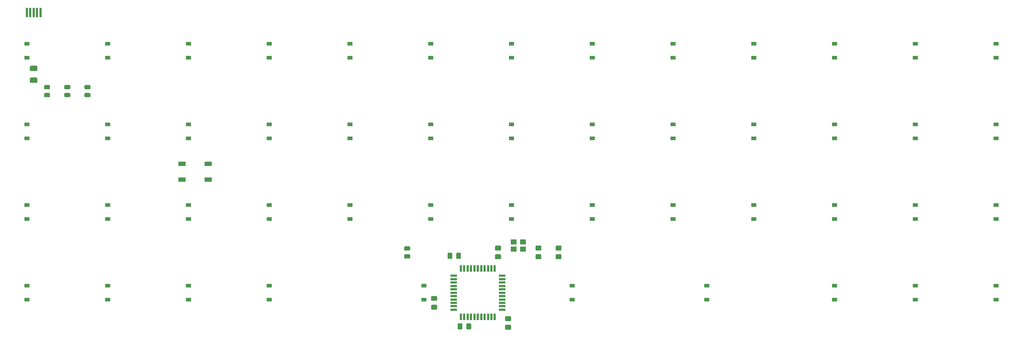
<source format=gbr>
G04 #@! TF.GenerationSoftware,KiCad,Pcbnew,(5.1.5)-3*
G04 #@! TF.CreationDate,2020-03-25T20:08:38+03:00*
G04 #@! TF.ProjectId,Bakers-dozen,42616b65-7273-42d6-946f-7a656e2e6b69,rev?*
G04 #@! TF.SameCoordinates,Original*
G04 #@! TF.FileFunction,Paste,Bot*
G04 #@! TF.FilePolarity,Positive*
%FSLAX46Y46*%
G04 Gerber Fmt 4.6, Leading zero omitted, Abs format (unit mm)*
G04 Created by KiCad (PCBNEW (5.1.5)-3) date 2020-03-25 20:08:38*
%MOMM*%
%LPD*%
G04 APERTURE LIST*
%ADD10R,1.400000X1.200000*%
%ADD11R,0.500000X2.250000*%
%ADD12R,0.550000X1.500000*%
%ADD13R,1.500000X0.550000*%
%ADD14R,1.800000X1.100000*%
%ADD15C,0.100000*%
%ADD16R,1.200000X0.900000*%
G04 APERTURE END LIST*
D10*
X161618750Y-116737500D03*
X163818750Y-116737500D03*
X163818750Y-115037500D03*
X161618750Y-115037500D03*
D11*
X46818750Y-60856250D03*
X47618750Y-60856250D03*
X48418750Y-60856250D03*
X49218750Y-60856250D03*
X50018750Y-60856250D03*
D12*
X149193750Y-132700000D03*
X149993750Y-132700000D03*
X150793750Y-132700000D03*
X151593750Y-132700000D03*
X152393750Y-132700000D03*
X153193750Y-132700000D03*
X153993750Y-132700000D03*
X154793750Y-132700000D03*
X155593750Y-132700000D03*
X156393750Y-132700000D03*
X157193750Y-132700000D03*
D13*
X158893750Y-131000000D03*
X158893750Y-130200000D03*
X158893750Y-129400000D03*
X158893750Y-128600000D03*
X158893750Y-127800000D03*
X158893750Y-127000000D03*
X158893750Y-126200000D03*
X158893750Y-125400000D03*
X158893750Y-124600000D03*
X158893750Y-123800000D03*
X158893750Y-123000000D03*
D12*
X157193750Y-121300000D03*
X156393750Y-121300000D03*
X155593750Y-121300000D03*
X154793750Y-121300000D03*
X153993750Y-121300000D03*
X153193750Y-121300000D03*
X152393750Y-121300000D03*
X151593750Y-121300000D03*
X150793750Y-121300000D03*
X149993750Y-121300000D03*
X149193750Y-121300000D03*
D13*
X147493750Y-123000000D03*
X147493750Y-123800000D03*
X147493750Y-124600000D03*
X147493750Y-125400000D03*
X147493750Y-126200000D03*
X147493750Y-127000000D03*
X147493750Y-127800000D03*
X147493750Y-128600000D03*
X147493750Y-129400000D03*
X147493750Y-130200000D03*
X147493750Y-131000000D03*
D14*
X89618750Y-100275000D03*
X83418750Y-96575000D03*
X89618750Y-96575000D03*
X83418750Y-100275000D03*
D15*
G36*
X61598892Y-79826174D02*
G01*
X61622553Y-79829684D01*
X61645757Y-79835496D01*
X61668279Y-79843554D01*
X61689903Y-79853782D01*
X61710420Y-79866079D01*
X61729633Y-79880329D01*
X61747357Y-79896393D01*
X61763421Y-79914117D01*
X61777671Y-79933330D01*
X61789968Y-79953847D01*
X61800196Y-79975471D01*
X61808254Y-79997993D01*
X61814066Y-80021197D01*
X61817576Y-80044858D01*
X61818750Y-80068750D01*
X61818750Y-80556250D01*
X61817576Y-80580142D01*
X61814066Y-80603803D01*
X61808254Y-80627007D01*
X61800196Y-80649529D01*
X61789968Y-80671153D01*
X61777671Y-80691670D01*
X61763421Y-80710883D01*
X61747357Y-80728607D01*
X61729633Y-80744671D01*
X61710420Y-80758921D01*
X61689903Y-80771218D01*
X61668279Y-80781446D01*
X61645757Y-80789504D01*
X61622553Y-80795316D01*
X61598892Y-80798826D01*
X61575000Y-80800000D01*
X60662500Y-80800000D01*
X60638608Y-80798826D01*
X60614947Y-80795316D01*
X60591743Y-80789504D01*
X60569221Y-80781446D01*
X60547597Y-80771218D01*
X60527080Y-80758921D01*
X60507867Y-80744671D01*
X60490143Y-80728607D01*
X60474079Y-80710883D01*
X60459829Y-80691670D01*
X60447532Y-80671153D01*
X60437304Y-80649529D01*
X60429246Y-80627007D01*
X60423434Y-80603803D01*
X60419924Y-80580142D01*
X60418750Y-80556250D01*
X60418750Y-80068750D01*
X60419924Y-80044858D01*
X60423434Y-80021197D01*
X60429246Y-79997993D01*
X60437304Y-79975471D01*
X60447532Y-79953847D01*
X60459829Y-79933330D01*
X60474079Y-79914117D01*
X60490143Y-79896393D01*
X60507867Y-79880329D01*
X60527080Y-79866079D01*
X60547597Y-79853782D01*
X60569221Y-79843554D01*
X60591743Y-79835496D01*
X60614947Y-79829684D01*
X60638608Y-79826174D01*
X60662500Y-79825000D01*
X61575000Y-79825000D01*
X61598892Y-79826174D01*
G37*
G36*
X61598892Y-77951174D02*
G01*
X61622553Y-77954684D01*
X61645757Y-77960496D01*
X61668279Y-77968554D01*
X61689903Y-77978782D01*
X61710420Y-77991079D01*
X61729633Y-78005329D01*
X61747357Y-78021393D01*
X61763421Y-78039117D01*
X61777671Y-78058330D01*
X61789968Y-78078847D01*
X61800196Y-78100471D01*
X61808254Y-78122993D01*
X61814066Y-78146197D01*
X61817576Y-78169858D01*
X61818750Y-78193750D01*
X61818750Y-78681250D01*
X61817576Y-78705142D01*
X61814066Y-78728803D01*
X61808254Y-78752007D01*
X61800196Y-78774529D01*
X61789968Y-78796153D01*
X61777671Y-78816670D01*
X61763421Y-78835883D01*
X61747357Y-78853607D01*
X61729633Y-78869671D01*
X61710420Y-78883921D01*
X61689903Y-78896218D01*
X61668279Y-78906446D01*
X61645757Y-78914504D01*
X61622553Y-78920316D01*
X61598892Y-78923826D01*
X61575000Y-78925000D01*
X60662500Y-78925000D01*
X60638608Y-78923826D01*
X60614947Y-78920316D01*
X60591743Y-78914504D01*
X60569221Y-78906446D01*
X60547597Y-78896218D01*
X60527080Y-78883921D01*
X60507867Y-78869671D01*
X60490143Y-78853607D01*
X60474079Y-78835883D01*
X60459829Y-78816670D01*
X60447532Y-78796153D01*
X60437304Y-78774529D01*
X60429246Y-78752007D01*
X60423434Y-78728803D01*
X60419924Y-78705142D01*
X60418750Y-78681250D01*
X60418750Y-78193750D01*
X60419924Y-78169858D01*
X60423434Y-78146197D01*
X60429246Y-78122993D01*
X60437304Y-78100471D01*
X60447532Y-78078847D01*
X60459829Y-78058330D01*
X60474079Y-78039117D01*
X60490143Y-78021393D01*
X60507867Y-78005329D01*
X60527080Y-77991079D01*
X60547597Y-77978782D01*
X60569221Y-77968554D01*
X60591743Y-77960496D01*
X60614947Y-77954684D01*
X60638608Y-77951174D01*
X60662500Y-77950000D01*
X61575000Y-77950000D01*
X61598892Y-77951174D01*
G37*
G36*
X52073892Y-77951174D02*
G01*
X52097553Y-77954684D01*
X52120757Y-77960496D01*
X52143279Y-77968554D01*
X52164903Y-77978782D01*
X52185420Y-77991079D01*
X52204633Y-78005329D01*
X52222357Y-78021393D01*
X52238421Y-78039117D01*
X52252671Y-78058330D01*
X52264968Y-78078847D01*
X52275196Y-78100471D01*
X52283254Y-78122993D01*
X52289066Y-78146197D01*
X52292576Y-78169858D01*
X52293750Y-78193750D01*
X52293750Y-78681250D01*
X52292576Y-78705142D01*
X52289066Y-78728803D01*
X52283254Y-78752007D01*
X52275196Y-78774529D01*
X52264968Y-78796153D01*
X52252671Y-78816670D01*
X52238421Y-78835883D01*
X52222357Y-78853607D01*
X52204633Y-78869671D01*
X52185420Y-78883921D01*
X52164903Y-78896218D01*
X52143279Y-78906446D01*
X52120757Y-78914504D01*
X52097553Y-78920316D01*
X52073892Y-78923826D01*
X52050000Y-78925000D01*
X51137500Y-78925000D01*
X51113608Y-78923826D01*
X51089947Y-78920316D01*
X51066743Y-78914504D01*
X51044221Y-78906446D01*
X51022597Y-78896218D01*
X51002080Y-78883921D01*
X50982867Y-78869671D01*
X50965143Y-78853607D01*
X50949079Y-78835883D01*
X50934829Y-78816670D01*
X50922532Y-78796153D01*
X50912304Y-78774529D01*
X50904246Y-78752007D01*
X50898434Y-78728803D01*
X50894924Y-78705142D01*
X50893750Y-78681250D01*
X50893750Y-78193750D01*
X50894924Y-78169858D01*
X50898434Y-78146197D01*
X50904246Y-78122993D01*
X50912304Y-78100471D01*
X50922532Y-78078847D01*
X50934829Y-78058330D01*
X50949079Y-78039117D01*
X50965143Y-78021393D01*
X50982867Y-78005329D01*
X51002080Y-77991079D01*
X51022597Y-77978782D01*
X51044221Y-77968554D01*
X51066743Y-77960496D01*
X51089947Y-77954684D01*
X51113608Y-77951174D01*
X51137500Y-77950000D01*
X52050000Y-77950000D01*
X52073892Y-77951174D01*
G37*
G36*
X52073892Y-79826174D02*
G01*
X52097553Y-79829684D01*
X52120757Y-79835496D01*
X52143279Y-79843554D01*
X52164903Y-79853782D01*
X52185420Y-79866079D01*
X52204633Y-79880329D01*
X52222357Y-79896393D01*
X52238421Y-79914117D01*
X52252671Y-79933330D01*
X52264968Y-79953847D01*
X52275196Y-79975471D01*
X52283254Y-79997993D01*
X52289066Y-80021197D01*
X52292576Y-80044858D01*
X52293750Y-80068750D01*
X52293750Y-80556250D01*
X52292576Y-80580142D01*
X52289066Y-80603803D01*
X52283254Y-80627007D01*
X52275196Y-80649529D01*
X52264968Y-80671153D01*
X52252671Y-80691670D01*
X52238421Y-80710883D01*
X52222357Y-80728607D01*
X52204633Y-80744671D01*
X52185420Y-80758921D01*
X52164903Y-80771218D01*
X52143279Y-80781446D01*
X52120757Y-80789504D01*
X52097553Y-80795316D01*
X52073892Y-80798826D01*
X52050000Y-80800000D01*
X51137500Y-80800000D01*
X51113608Y-80798826D01*
X51089947Y-80795316D01*
X51066743Y-80789504D01*
X51044221Y-80781446D01*
X51022597Y-80771218D01*
X51002080Y-80758921D01*
X50982867Y-80744671D01*
X50965143Y-80728607D01*
X50949079Y-80710883D01*
X50934829Y-80691670D01*
X50922532Y-80671153D01*
X50912304Y-80649529D01*
X50904246Y-80627007D01*
X50898434Y-80603803D01*
X50894924Y-80580142D01*
X50893750Y-80556250D01*
X50893750Y-80068750D01*
X50894924Y-80044858D01*
X50898434Y-80021197D01*
X50904246Y-79997993D01*
X50912304Y-79975471D01*
X50922532Y-79953847D01*
X50934829Y-79933330D01*
X50949079Y-79914117D01*
X50965143Y-79896393D01*
X50982867Y-79880329D01*
X51002080Y-79866079D01*
X51022597Y-79853782D01*
X51044221Y-79843554D01*
X51066743Y-79835496D01*
X51089947Y-79829684D01*
X51113608Y-79826174D01*
X51137500Y-79825000D01*
X52050000Y-79825000D01*
X52073892Y-79826174D01*
G37*
G36*
X56836392Y-77951174D02*
G01*
X56860053Y-77954684D01*
X56883257Y-77960496D01*
X56905779Y-77968554D01*
X56927403Y-77978782D01*
X56947920Y-77991079D01*
X56967133Y-78005329D01*
X56984857Y-78021393D01*
X57000921Y-78039117D01*
X57015171Y-78058330D01*
X57027468Y-78078847D01*
X57037696Y-78100471D01*
X57045754Y-78122993D01*
X57051566Y-78146197D01*
X57055076Y-78169858D01*
X57056250Y-78193750D01*
X57056250Y-78681250D01*
X57055076Y-78705142D01*
X57051566Y-78728803D01*
X57045754Y-78752007D01*
X57037696Y-78774529D01*
X57027468Y-78796153D01*
X57015171Y-78816670D01*
X57000921Y-78835883D01*
X56984857Y-78853607D01*
X56967133Y-78869671D01*
X56947920Y-78883921D01*
X56927403Y-78896218D01*
X56905779Y-78906446D01*
X56883257Y-78914504D01*
X56860053Y-78920316D01*
X56836392Y-78923826D01*
X56812500Y-78925000D01*
X55900000Y-78925000D01*
X55876108Y-78923826D01*
X55852447Y-78920316D01*
X55829243Y-78914504D01*
X55806721Y-78906446D01*
X55785097Y-78896218D01*
X55764580Y-78883921D01*
X55745367Y-78869671D01*
X55727643Y-78853607D01*
X55711579Y-78835883D01*
X55697329Y-78816670D01*
X55685032Y-78796153D01*
X55674804Y-78774529D01*
X55666746Y-78752007D01*
X55660934Y-78728803D01*
X55657424Y-78705142D01*
X55656250Y-78681250D01*
X55656250Y-78193750D01*
X55657424Y-78169858D01*
X55660934Y-78146197D01*
X55666746Y-78122993D01*
X55674804Y-78100471D01*
X55685032Y-78078847D01*
X55697329Y-78058330D01*
X55711579Y-78039117D01*
X55727643Y-78021393D01*
X55745367Y-78005329D01*
X55764580Y-77991079D01*
X55785097Y-77978782D01*
X55806721Y-77968554D01*
X55829243Y-77960496D01*
X55852447Y-77954684D01*
X55876108Y-77951174D01*
X55900000Y-77950000D01*
X56812500Y-77950000D01*
X56836392Y-77951174D01*
G37*
G36*
X56836392Y-79826174D02*
G01*
X56860053Y-79829684D01*
X56883257Y-79835496D01*
X56905779Y-79843554D01*
X56927403Y-79853782D01*
X56947920Y-79866079D01*
X56967133Y-79880329D01*
X56984857Y-79896393D01*
X57000921Y-79914117D01*
X57015171Y-79933330D01*
X57027468Y-79953847D01*
X57037696Y-79975471D01*
X57045754Y-79997993D01*
X57051566Y-80021197D01*
X57055076Y-80044858D01*
X57056250Y-80068750D01*
X57056250Y-80556250D01*
X57055076Y-80580142D01*
X57051566Y-80603803D01*
X57045754Y-80627007D01*
X57037696Y-80649529D01*
X57027468Y-80671153D01*
X57015171Y-80691670D01*
X57000921Y-80710883D01*
X56984857Y-80728607D01*
X56967133Y-80744671D01*
X56947920Y-80758921D01*
X56927403Y-80771218D01*
X56905779Y-80781446D01*
X56883257Y-80789504D01*
X56860053Y-80795316D01*
X56836392Y-80798826D01*
X56812500Y-80800000D01*
X55900000Y-80800000D01*
X55876108Y-80798826D01*
X55852447Y-80795316D01*
X55829243Y-80789504D01*
X55806721Y-80781446D01*
X55785097Y-80771218D01*
X55764580Y-80758921D01*
X55745367Y-80744671D01*
X55727643Y-80728607D01*
X55711579Y-80710883D01*
X55697329Y-80691670D01*
X55685032Y-80671153D01*
X55674804Y-80649529D01*
X55666746Y-80627007D01*
X55660934Y-80603803D01*
X55657424Y-80580142D01*
X55656250Y-80556250D01*
X55656250Y-80068750D01*
X55657424Y-80044858D01*
X55660934Y-80021197D01*
X55666746Y-79997993D01*
X55674804Y-79975471D01*
X55685032Y-79953847D01*
X55697329Y-79933330D01*
X55711579Y-79914117D01*
X55727643Y-79896393D01*
X55745367Y-79880329D01*
X55764580Y-79866079D01*
X55785097Y-79853782D01*
X55806721Y-79843554D01*
X55829243Y-79835496D01*
X55852447Y-79829684D01*
X55876108Y-79826174D01*
X55900000Y-79825000D01*
X56812500Y-79825000D01*
X56836392Y-79826174D01*
G37*
G36*
X137005142Y-117926174D02*
G01*
X137028803Y-117929684D01*
X137052007Y-117935496D01*
X137074529Y-117943554D01*
X137096153Y-117953782D01*
X137116670Y-117966079D01*
X137135883Y-117980329D01*
X137153607Y-117996393D01*
X137169671Y-118014117D01*
X137183921Y-118033330D01*
X137196218Y-118053847D01*
X137206446Y-118075471D01*
X137214504Y-118097993D01*
X137220316Y-118121197D01*
X137223826Y-118144858D01*
X137225000Y-118168750D01*
X137225000Y-118656250D01*
X137223826Y-118680142D01*
X137220316Y-118703803D01*
X137214504Y-118727007D01*
X137206446Y-118749529D01*
X137196218Y-118771153D01*
X137183921Y-118791670D01*
X137169671Y-118810883D01*
X137153607Y-118828607D01*
X137135883Y-118844671D01*
X137116670Y-118858921D01*
X137096153Y-118871218D01*
X137074529Y-118881446D01*
X137052007Y-118889504D01*
X137028803Y-118895316D01*
X137005142Y-118898826D01*
X136981250Y-118900000D01*
X136068750Y-118900000D01*
X136044858Y-118898826D01*
X136021197Y-118895316D01*
X135997993Y-118889504D01*
X135975471Y-118881446D01*
X135953847Y-118871218D01*
X135933330Y-118858921D01*
X135914117Y-118844671D01*
X135896393Y-118828607D01*
X135880329Y-118810883D01*
X135866079Y-118791670D01*
X135853782Y-118771153D01*
X135843554Y-118749529D01*
X135835496Y-118727007D01*
X135829684Y-118703803D01*
X135826174Y-118680142D01*
X135825000Y-118656250D01*
X135825000Y-118168750D01*
X135826174Y-118144858D01*
X135829684Y-118121197D01*
X135835496Y-118097993D01*
X135843554Y-118075471D01*
X135853782Y-118053847D01*
X135866079Y-118033330D01*
X135880329Y-118014117D01*
X135896393Y-117996393D01*
X135914117Y-117980329D01*
X135933330Y-117966079D01*
X135953847Y-117953782D01*
X135975471Y-117943554D01*
X135997993Y-117935496D01*
X136021197Y-117929684D01*
X136044858Y-117926174D01*
X136068750Y-117925000D01*
X136981250Y-117925000D01*
X137005142Y-117926174D01*
G37*
G36*
X137005142Y-116051174D02*
G01*
X137028803Y-116054684D01*
X137052007Y-116060496D01*
X137074529Y-116068554D01*
X137096153Y-116078782D01*
X137116670Y-116091079D01*
X137135883Y-116105329D01*
X137153607Y-116121393D01*
X137169671Y-116139117D01*
X137183921Y-116158330D01*
X137196218Y-116178847D01*
X137206446Y-116200471D01*
X137214504Y-116222993D01*
X137220316Y-116246197D01*
X137223826Y-116269858D01*
X137225000Y-116293750D01*
X137225000Y-116781250D01*
X137223826Y-116805142D01*
X137220316Y-116828803D01*
X137214504Y-116852007D01*
X137206446Y-116874529D01*
X137196218Y-116896153D01*
X137183921Y-116916670D01*
X137169671Y-116935883D01*
X137153607Y-116953607D01*
X137135883Y-116969671D01*
X137116670Y-116983921D01*
X137096153Y-116996218D01*
X137074529Y-117006446D01*
X137052007Y-117014504D01*
X137028803Y-117020316D01*
X137005142Y-117023826D01*
X136981250Y-117025000D01*
X136068750Y-117025000D01*
X136044858Y-117023826D01*
X136021197Y-117020316D01*
X135997993Y-117014504D01*
X135975471Y-117006446D01*
X135953847Y-116996218D01*
X135933330Y-116983921D01*
X135914117Y-116969671D01*
X135896393Y-116953607D01*
X135880329Y-116935883D01*
X135866079Y-116916670D01*
X135853782Y-116896153D01*
X135843554Y-116874529D01*
X135835496Y-116852007D01*
X135829684Y-116828803D01*
X135826174Y-116805142D01*
X135825000Y-116781250D01*
X135825000Y-116293750D01*
X135826174Y-116269858D01*
X135829684Y-116246197D01*
X135835496Y-116222993D01*
X135843554Y-116200471D01*
X135853782Y-116178847D01*
X135866079Y-116158330D01*
X135880329Y-116139117D01*
X135896393Y-116121393D01*
X135914117Y-116105329D01*
X135933330Y-116091079D01*
X135953847Y-116078782D01*
X135975471Y-116068554D01*
X135997993Y-116060496D01*
X136021197Y-116054684D01*
X136044858Y-116051174D01*
X136068750Y-116050000D01*
X136981250Y-116050000D01*
X137005142Y-116051174D01*
G37*
G36*
X49068254Y-73382454D02*
G01*
X49092523Y-73386054D01*
X49116321Y-73392015D01*
X49139421Y-73400280D01*
X49161599Y-73410770D01*
X49182643Y-73423383D01*
X49202348Y-73437997D01*
X49220527Y-73454473D01*
X49237003Y-73472652D01*
X49251617Y-73492357D01*
X49264230Y-73513401D01*
X49274720Y-73535579D01*
X49282985Y-73558679D01*
X49288946Y-73582477D01*
X49292546Y-73606746D01*
X49293750Y-73631250D01*
X49293750Y-74381250D01*
X49292546Y-74405754D01*
X49288946Y-74430023D01*
X49282985Y-74453821D01*
X49274720Y-74476921D01*
X49264230Y-74499099D01*
X49251617Y-74520143D01*
X49237003Y-74539848D01*
X49220527Y-74558027D01*
X49202348Y-74574503D01*
X49182643Y-74589117D01*
X49161599Y-74601730D01*
X49139421Y-74612220D01*
X49116321Y-74620485D01*
X49092523Y-74626446D01*
X49068254Y-74630046D01*
X49043750Y-74631250D01*
X47793750Y-74631250D01*
X47769246Y-74630046D01*
X47744977Y-74626446D01*
X47721179Y-74620485D01*
X47698079Y-74612220D01*
X47675901Y-74601730D01*
X47654857Y-74589117D01*
X47635152Y-74574503D01*
X47616973Y-74558027D01*
X47600497Y-74539848D01*
X47585883Y-74520143D01*
X47573270Y-74499099D01*
X47562780Y-74476921D01*
X47554515Y-74453821D01*
X47548554Y-74430023D01*
X47544954Y-74405754D01*
X47543750Y-74381250D01*
X47543750Y-73631250D01*
X47544954Y-73606746D01*
X47548554Y-73582477D01*
X47554515Y-73558679D01*
X47562780Y-73535579D01*
X47573270Y-73513401D01*
X47585883Y-73492357D01*
X47600497Y-73472652D01*
X47616973Y-73454473D01*
X47635152Y-73437997D01*
X47654857Y-73423383D01*
X47675901Y-73410770D01*
X47698079Y-73400280D01*
X47721179Y-73392015D01*
X47744977Y-73386054D01*
X47769246Y-73382454D01*
X47793750Y-73381250D01*
X49043750Y-73381250D01*
X49068254Y-73382454D01*
G37*
G36*
X49068254Y-76182454D02*
G01*
X49092523Y-76186054D01*
X49116321Y-76192015D01*
X49139421Y-76200280D01*
X49161599Y-76210770D01*
X49182643Y-76223383D01*
X49202348Y-76237997D01*
X49220527Y-76254473D01*
X49237003Y-76272652D01*
X49251617Y-76292357D01*
X49264230Y-76313401D01*
X49274720Y-76335579D01*
X49282985Y-76358679D01*
X49288946Y-76382477D01*
X49292546Y-76406746D01*
X49293750Y-76431250D01*
X49293750Y-77181250D01*
X49292546Y-77205754D01*
X49288946Y-77230023D01*
X49282985Y-77253821D01*
X49274720Y-77276921D01*
X49264230Y-77299099D01*
X49251617Y-77320143D01*
X49237003Y-77339848D01*
X49220527Y-77358027D01*
X49202348Y-77374503D01*
X49182643Y-77389117D01*
X49161599Y-77401730D01*
X49139421Y-77412220D01*
X49116321Y-77420485D01*
X49092523Y-77426446D01*
X49068254Y-77430046D01*
X49043750Y-77431250D01*
X47793750Y-77431250D01*
X47769246Y-77430046D01*
X47744977Y-77426446D01*
X47721179Y-77420485D01*
X47698079Y-77412220D01*
X47675901Y-77401730D01*
X47654857Y-77389117D01*
X47635152Y-77374503D01*
X47616973Y-77358027D01*
X47600497Y-77339848D01*
X47585883Y-77320143D01*
X47573270Y-77299099D01*
X47562780Y-77276921D01*
X47554515Y-77253821D01*
X47548554Y-77230023D01*
X47544954Y-77205754D01*
X47543750Y-77181250D01*
X47543750Y-76431250D01*
X47544954Y-76406746D01*
X47548554Y-76382477D01*
X47554515Y-76358679D01*
X47562780Y-76335579D01*
X47573270Y-76313401D01*
X47585883Y-76292357D01*
X47600497Y-76272652D01*
X47616973Y-76254473D01*
X47635152Y-76237997D01*
X47654857Y-76223383D01*
X47675901Y-76210770D01*
X47698079Y-76200280D01*
X47721179Y-76192015D01*
X47744977Y-76186054D01*
X47769246Y-76182454D01*
X47793750Y-76181250D01*
X49043750Y-76181250D01*
X49068254Y-76182454D01*
G37*
D16*
X275431250Y-125350000D03*
X275431250Y-128650000D03*
X256381250Y-125350000D03*
X256381250Y-128650000D03*
X237331250Y-125350000D03*
X237331250Y-128650000D03*
X207168750Y-125350000D03*
X207168750Y-128650000D03*
X175418750Y-125350000D03*
X175418750Y-128650000D03*
X140493750Y-125350000D03*
X140493750Y-128650000D03*
X103981250Y-125350000D03*
X103981250Y-128650000D03*
X84931250Y-125350000D03*
X84931250Y-128650000D03*
X65881250Y-125350000D03*
X65881250Y-128650000D03*
X46831250Y-125350000D03*
X46831250Y-128650000D03*
X275431250Y-106300000D03*
X275431250Y-109600000D03*
X256381250Y-106300000D03*
X256381250Y-109600000D03*
X237331250Y-106300000D03*
X237331250Y-109600000D03*
X218281250Y-106300000D03*
X218281250Y-109600000D03*
X199231250Y-106300000D03*
X199231250Y-109600000D03*
X180181250Y-106300000D03*
X180181250Y-109600000D03*
X161131250Y-106300000D03*
X161131250Y-109600000D03*
X142081250Y-106300000D03*
X142081250Y-109600000D03*
X123031250Y-106300000D03*
X123031250Y-109600000D03*
X103981250Y-106300000D03*
X103981250Y-109600000D03*
X84931250Y-106300000D03*
X84931250Y-109600000D03*
X65881250Y-106300000D03*
X65881250Y-109600000D03*
X46831250Y-106300000D03*
X46831250Y-109600000D03*
X275431250Y-87250000D03*
X275431250Y-90550000D03*
X256381250Y-87250000D03*
X256381250Y-90550000D03*
X237331250Y-87250000D03*
X237331250Y-90550000D03*
X218281250Y-87250000D03*
X218281250Y-90550000D03*
X199231250Y-87250000D03*
X199231250Y-90550000D03*
X180181250Y-87250000D03*
X180181250Y-90550000D03*
X161131250Y-87250000D03*
X161131250Y-90550000D03*
X142081250Y-87250000D03*
X142081250Y-90550000D03*
X123031250Y-87250000D03*
X123031250Y-90550000D03*
X103981250Y-87250000D03*
X103981250Y-90550000D03*
X84931250Y-87250000D03*
X84931250Y-90550000D03*
X65881250Y-87250000D03*
X65881250Y-90550000D03*
X46831250Y-87250000D03*
X46831250Y-90550000D03*
X275431250Y-68200000D03*
X275431250Y-71500000D03*
X256381250Y-68200000D03*
X256381250Y-71500000D03*
X237331250Y-68200000D03*
X237331250Y-71500000D03*
X218281250Y-68200000D03*
X218281250Y-71500000D03*
X199231250Y-68200000D03*
X199231250Y-71500000D03*
X180181250Y-68200000D03*
X180181250Y-71500000D03*
X161131250Y-68200000D03*
X161131250Y-71500000D03*
X142081250Y-68200000D03*
X142081250Y-71500000D03*
X123031250Y-68200000D03*
X123031250Y-71500000D03*
X103981250Y-68200000D03*
X103981250Y-71500000D03*
X84931250Y-68200000D03*
X84931250Y-71500000D03*
X65881250Y-68200000D03*
X65881250Y-71500000D03*
X46831250Y-68200000D03*
X46831250Y-71500000D03*
D15*
G36*
X151393255Y-134238704D02*
G01*
X151417523Y-134242304D01*
X151441322Y-134248265D01*
X151464421Y-134256530D01*
X151486600Y-134267020D01*
X151507643Y-134279632D01*
X151527349Y-134294247D01*
X151545527Y-134310723D01*
X151562003Y-134328901D01*
X151576618Y-134348607D01*
X151589230Y-134369650D01*
X151599720Y-134391829D01*
X151607985Y-134414928D01*
X151613946Y-134438727D01*
X151617546Y-134462995D01*
X151618750Y-134487499D01*
X151618750Y-135387501D01*
X151617546Y-135412005D01*
X151613946Y-135436273D01*
X151607985Y-135460072D01*
X151599720Y-135483171D01*
X151589230Y-135505350D01*
X151576618Y-135526393D01*
X151562003Y-135546099D01*
X151545527Y-135564277D01*
X151527349Y-135580753D01*
X151507643Y-135595368D01*
X151486600Y-135607980D01*
X151464421Y-135618470D01*
X151441322Y-135626735D01*
X151417523Y-135632696D01*
X151393255Y-135636296D01*
X151368751Y-135637500D01*
X150718749Y-135637500D01*
X150694245Y-135636296D01*
X150669977Y-135632696D01*
X150646178Y-135626735D01*
X150623079Y-135618470D01*
X150600900Y-135607980D01*
X150579857Y-135595368D01*
X150560151Y-135580753D01*
X150541973Y-135564277D01*
X150525497Y-135546099D01*
X150510882Y-135526393D01*
X150498270Y-135505350D01*
X150487780Y-135483171D01*
X150479515Y-135460072D01*
X150473554Y-135436273D01*
X150469954Y-135412005D01*
X150468750Y-135387501D01*
X150468750Y-134487499D01*
X150469954Y-134462995D01*
X150473554Y-134438727D01*
X150479515Y-134414928D01*
X150487780Y-134391829D01*
X150498270Y-134369650D01*
X150510882Y-134348607D01*
X150525497Y-134328901D01*
X150541973Y-134310723D01*
X150560151Y-134294247D01*
X150579857Y-134279632D01*
X150600900Y-134267020D01*
X150623079Y-134256530D01*
X150646178Y-134248265D01*
X150669977Y-134242304D01*
X150694245Y-134238704D01*
X150718749Y-134237500D01*
X151368751Y-134237500D01*
X151393255Y-134238704D01*
G37*
G36*
X149343255Y-134238704D02*
G01*
X149367523Y-134242304D01*
X149391322Y-134248265D01*
X149414421Y-134256530D01*
X149436600Y-134267020D01*
X149457643Y-134279632D01*
X149477349Y-134294247D01*
X149495527Y-134310723D01*
X149512003Y-134328901D01*
X149526618Y-134348607D01*
X149539230Y-134369650D01*
X149549720Y-134391829D01*
X149557985Y-134414928D01*
X149563946Y-134438727D01*
X149567546Y-134462995D01*
X149568750Y-134487499D01*
X149568750Y-135387501D01*
X149567546Y-135412005D01*
X149563946Y-135436273D01*
X149557985Y-135460072D01*
X149549720Y-135483171D01*
X149539230Y-135505350D01*
X149526618Y-135526393D01*
X149512003Y-135546099D01*
X149495527Y-135564277D01*
X149477349Y-135580753D01*
X149457643Y-135595368D01*
X149436600Y-135607980D01*
X149414421Y-135618470D01*
X149391322Y-135626735D01*
X149367523Y-135632696D01*
X149343255Y-135636296D01*
X149318751Y-135637500D01*
X148668749Y-135637500D01*
X148644245Y-135636296D01*
X148619977Y-135632696D01*
X148596178Y-135626735D01*
X148573079Y-135618470D01*
X148550900Y-135607980D01*
X148529857Y-135595368D01*
X148510151Y-135580753D01*
X148491973Y-135564277D01*
X148475497Y-135546099D01*
X148460882Y-135526393D01*
X148448270Y-135505350D01*
X148437780Y-135483171D01*
X148429515Y-135460072D01*
X148423554Y-135436273D01*
X148419954Y-135412005D01*
X148418750Y-135387501D01*
X148418750Y-134487499D01*
X148419954Y-134462995D01*
X148423554Y-134438727D01*
X148429515Y-134414928D01*
X148437780Y-134391829D01*
X148448270Y-134369650D01*
X148460882Y-134348607D01*
X148475497Y-134328901D01*
X148491973Y-134310723D01*
X148510151Y-134294247D01*
X148529857Y-134279632D01*
X148550900Y-134267020D01*
X148573079Y-134256530D01*
X148596178Y-134248265D01*
X148619977Y-134242304D01*
X148644245Y-134238704D01*
X148668749Y-134237500D01*
X149318751Y-134237500D01*
X149343255Y-134238704D01*
G37*
G36*
X160812005Y-134594954D02*
G01*
X160836273Y-134598554D01*
X160860072Y-134604515D01*
X160883171Y-134612780D01*
X160905350Y-134623270D01*
X160926393Y-134635882D01*
X160946099Y-134650497D01*
X160964277Y-134666973D01*
X160980753Y-134685151D01*
X160995368Y-134704857D01*
X161007980Y-134725900D01*
X161018470Y-134748079D01*
X161026735Y-134771178D01*
X161032696Y-134794977D01*
X161036296Y-134819245D01*
X161037500Y-134843749D01*
X161037500Y-135493751D01*
X161036296Y-135518255D01*
X161032696Y-135542523D01*
X161026735Y-135566322D01*
X161018470Y-135589421D01*
X161007980Y-135611600D01*
X160995368Y-135632643D01*
X160980753Y-135652349D01*
X160964277Y-135670527D01*
X160946099Y-135687003D01*
X160926393Y-135701618D01*
X160905350Y-135714230D01*
X160883171Y-135724720D01*
X160860072Y-135732985D01*
X160836273Y-135738946D01*
X160812005Y-135742546D01*
X160787501Y-135743750D01*
X159887499Y-135743750D01*
X159862995Y-135742546D01*
X159838727Y-135738946D01*
X159814928Y-135732985D01*
X159791829Y-135724720D01*
X159769650Y-135714230D01*
X159748607Y-135701618D01*
X159728901Y-135687003D01*
X159710723Y-135670527D01*
X159694247Y-135652349D01*
X159679632Y-135632643D01*
X159667020Y-135611600D01*
X159656530Y-135589421D01*
X159648265Y-135566322D01*
X159642304Y-135542523D01*
X159638704Y-135518255D01*
X159637500Y-135493751D01*
X159637500Y-134843749D01*
X159638704Y-134819245D01*
X159642304Y-134794977D01*
X159648265Y-134771178D01*
X159656530Y-134748079D01*
X159667020Y-134725900D01*
X159679632Y-134704857D01*
X159694247Y-134685151D01*
X159710723Y-134666973D01*
X159728901Y-134650497D01*
X159748607Y-134635882D01*
X159769650Y-134623270D01*
X159791829Y-134612780D01*
X159814928Y-134604515D01*
X159838727Y-134598554D01*
X159862995Y-134594954D01*
X159887499Y-134593750D01*
X160787501Y-134593750D01*
X160812005Y-134594954D01*
G37*
G36*
X160812005Y-132544954D02*
G01*
X160836273Y-132548554D01*
X160860072Y-132554515D01*
X160883171Y-132562780D01*
X160905350Y-132573270D01*
X160926393Y-132585882D01*
X160946099Y-132600497D01*
X160964277Y-132616973D01*
X160980753Y-132635151D01*
X160995368Y-132654857D01*
X161007980Y-132675900D01*
X161018470Y-132698079D01*
X161026735Y-132721178D01*
X161032696Y-132744977D01*
X161036296Y-132769245D01*
X161037500Y-132793749D01*
X161037500Y-133443751D01*
X161036296Y-133468255D01*
X161032696Y-133492523D01*
X161026735Y-133516322D01*
X161018470Y-133539421D01*
X161007980Y-133561600D01*
X160995368Y-133582643D01*
X160980753Y-133602349D01*
X160964277Y-133620527D01*
X160946099Y-133637003D01*
X160926393Y-133651618D01*
X160905350Y-133664230D01*
X160883171Y-133674720D01*
X160860072Y-133682985D01*
X160836273Y-133688946D01*
X160812005Y-133692546D01*
X160787501Y-133693750D01*
X159887499Y-133693750D01*
X159862995Y-133692546D01*
X159838727Y-133688946D01*
X159814928Y-133682985D01*
X159791829Y-133674720D01*
X159769650Y-133664230D01*
X159748607Y-133651618D01*
X159728901Y-133637003D01*
X159710723Y-133620527D01*
X159694247Y-133602349D01*
X159679632Y-133582643D01*
X159667020Y-133561600D01*
X159656530Y-133539421D01*
X159648265Y-133516322D01*
X159642304Y-133492523D01*
X159638704Y-133468255D01*
X159637500Y-133443751D01*
X159637500Y-132793749D01*
X159638704Y-132769245D01*
X159642304Y-132744977D01*
X159648265Y-132721178D01*
X159656530Y-132698079D01*
X159667020Y-132675900D01*
X159679632Y-132654857D01*
X159694247Y-132635151D01*
X159710723Y-132616973D01*
X159728901Y-132600497D01*
X159748607Y-132585882D01*
X159769650Y-132573270D01*
X159791829Y-132562780D01*
X159814928Y-132554515D01*
X159838727Y-132548554D01*
X159862995Y-132544954D01*
X159887499Y-132543750D01*
X160787501Y-132543750D01*
X160812005Y-132544954D01*
G37*
G36*
X172718255Y-115876204D02*
G01*
X172742523Y-115879804D01*
X172766322Y-115885765D01*
X172789421Y-115894030D01*
X172811600Y-115904520D01*
X172832643Y-115917132D01*
X172852349Y-115931747D01*
X172870527Y-115948223D01*
X172887003Y-115966401D01*
X172901618Y-115986107D01*
X172914230Y-116007150D01*
X172924720Y-116029329D01*
X172932985Y-116052428D01*
X172938946Y-116076227D01*
X172942546Y-116100495D01*
X172943750Y-116124999D01*
X172943750Y-116775001D01*
X172942546Y-116799505D01*
X172938946Y-116823773D01*
X172932985Y-116847572D01*
X172924720Y-116870671D01*
X172914230Y-116892850D01*
X172901618Y-116913893D01*
X172887003Y-116933599D01*
X172870527Y-116951777D01*
X172852349Y-116968253D01*
X172832643Y-116982868D01*
X172811600Y-116995480D01*
X172789421Y-117005970D01*
X172766322Y-117014235D01*
X172742523Y-117020196D01*
X172718255Y-117023796D01*
X172693751Y-117025000D01*
X171793749Y-117025000D01*
X171769245Y-117023796D01*
X171744977Y-117020196D01*
X171721178Y-117014235D01*
X171698079Y-117005970D01*
X171675900Y-116995480D01*
X171654857Y-116982868D01*
X171635151Y-116968253D01*
X171616973Y-116951777D01*
X171600497Y-116933599D01*
X171585882Y-116913893D01*
X171573270Y-116892850D01*
X171562780Y-116870671D01*
X171554515Y-116847572D01*
X171548554Y-116823773D01*
X171544954Y-116799505D01*
X171543750Y-116775001D01*
X171543750Y-116124999D01*
X171544954Y-116100495D01*
X171548554Y-116076227D01*
X171554515Y-116052428D01*
X171562780Y-116029329D01*
X171573270Y-116007150D01*
X171585882Y-115986107D01*
X171600497Y-115966401D01*
X171616973Y-115948223D01*
X171635151Y-115931747D01*
X171654857Y-115917132D01*
X171675900Y-115904520D01*
X171698079Y-115894030D01*
X171721178Y-115885765D01*
X171744977Y-115879804D01*
X171769245Y-115876204D01*
X171793749Y-115875000D01*
X172693751Y-115875000D01*
X172718255Y-115876204D01*
G37*
G36*
X172718255Y-117926204D02*
G01*
X172742523Y-117929804D01*
X172766322Y-117935765D01*
X172789421Y-117944030D01*
X172811600Y-117954520D01*
X172832643Y-117967132D01*
X172852349Y-117981747D01*
X172870527Y-117998223D01*
X172887003Y-118016401D01*
X172901618Y-118036107D01*
X172914230Y-118057150D01*
X172924720Y-118079329D01*
X172932985Y-118102428D01*
X172938946Y-118126227D01*
X172942546Y-118150495D01*
X172943750Y-118174999D01*
X172943750Y-118825001D01*
X172942546Y-118849505D01*
X172938946Y-118873773D01*
X172932985Y-118897572D01*
X172924720Y-118920671D01*
X172914230Y-118942850D01*
X172901618Y-118963893D01*
X172887003Y-118983599D01*
X172870527Y-119001777D01*
X172852349Y-119018253D01*
X172832643Y-119032868D01*
X172811600Y-119045480D01*
X172789421Y-119055970D01*
X172766322Y-119064235D01*
X172742523Y-119070196D01*
X172718255Y-119073796D01*
X172693751Y-119075000D01*
X171793749Y-119075000D01*
X171769245Y-119073796D01*
X171744977Y-119070196D01*
X171721178Y-119064235D01*
X171698079Y-119055970D01*
X171675900Y-119045480D01*
X171654857Y-119032868D01*
X171635151Y-119018253D01*
X171616973Y-119001777D01*
X171600497Y-118983599D01*
X171585882Y-118963893D01*
X171573270Y-118942850D01*
X171562780Y-118920671D01*
X171554515Y-118897572D01*
X171548554Y-118873773D01*
X171544954Y-118849505D01*
X171543750Y-118825001D01*
X171543750Y-118174999D01*
X171544954Y-118150495D01*
X171548554Y-118126227D01*
X171554515Y-118102428D01*
X171562780Y-118079329D01*
X171573270Y-118057150D01*
X171585882Y-118036107D01*
X171600497Y-118016401D01*
X171616973Y-117998223D01*
X171635151Y-117981747D01*
X171654857Y-117967132D01*
X171675900Y-117954520D01*
X171698079Y-117944030D01*
X171721178Y-117935765D01*
X171744977Y-117929804D01*
X171769245Y-117926204D01*
X171793749Y-117925000D01*
X172693751Y-117925000D01*
X172718255Y-117926204D01*
G37*
G36*
X146962005Y-117569954D02*
G01*
X146986273Y-117573554D01*
X147010072Y-117579515D01*
X147033171Y-117587780D01*
X147055350Y-117598270D01*
X147076393Y-117610882D01*
X147096099Y-117625497D01*
X147114277Y-117641973D01*
X147130753Y-117660151D01*
X147145368Y-117679857D01*
X147157980Y-117700900D01*
X147168470Y-117723079D01*
X147176735Y-117746178D01*
X147182696Y-117769977D01*
X147186296Y-117794245D01*
X147187500Y-117818749D01*
X147187500Y-118718751D01*
X147186296Y-118743255D01*
X147182696Y-118767523D01*
X147176735Y-118791322D01*
X147168470Y-118814421D01*
X147157980Y-118836600D01*
X147145368Y-118857643D01*
X147130753Y-118877349D01*
X147114277Y-118895527D01*
X147096099Y-118912003D01*
X147076393Y-118926618D01*
X147055350Y-118939230D01*
X147033171Y-118949720D01*
X147010072Y-118957985D01*
X146986273Y-118963946D01*
X146962005Y-118967546D01*
X146937501Y-118968750D01*
X146287499Y-118968750D01*
X146262995Y-118967546D01*
X146238727Y-118963946D01*
X146214928Y-118957985D01*
X146191829Y-118949720D01*
X146169650Y-118939230D01*
X146148607Y-118926618D01*
X146128901Y-118912003D01*
X146110723Y-118895527D01*
X146094247Y-118877349D01*
X146079632Y-118857643D01*
X146067020Y-118836600D01*
X146056530Y-118814421D01*
X146048265Y-118791322D01*
X146042304Y-118767523D01*
X146038704Y-118743255D01*
X146037500Y-118718751D01*
X146037500Y-117818749D01*
X146038704Y-117794245D01*
X146042304Y-117769977D01*
X146048265Y-117746178D01*
X146056530Y-117723079D01*
X146067020Y-117700900D01*
X146079632Y-117679857D01*
X146094247Y-117660151D01*
X146110723Y-117641973D01*
X146128901Y-117625497D01*
X146148607Y-117610882D01*
X146169650Y-117598270D01*
X146191829Y-117587780D01*
X146214928Y-117579515D01*
X146238727Y-117573554D01*
X146262995Y-117569954D01*
X146287499Y-117568750D01*
X146937501Y-117568750D01*
X146962005Y-117569954D01*
G37*
G36*
X149012005Y-117569954D02*
G01*
X149036273Y-117573554D01*
X149060072Y-117579515D01*
X149083171Y-117587780D01*
X149105350Y-117598270D01*
X149126393Y-117610882D01*
X149146099Y-117625497D01*
X149164277Y-117641973D01*
X149180753Y-117660151D01*
X149195368Y-117679857D01*
X149207980Y-117700900D01*
X149218470Y-117723079D01*
X149226735Y-117746178D01*
X149232696Y-117769977D01*
X149236296Y-117794245D01*
X149237500Y-117818749D01*
X149237500Y-118718751D01*
X149236296Y-118743255D01*
X149232696Y-118767523D01*
X149226735Y-118791322D01*
X149218470Y-118814421D01*
X149207980Y-118836600D01*
X149195368Y-118857643D01*
X149180753Y-118877349D01*
X149164277Y-118895527D01*
X149146099Y-118912003D01*
X149126393Y-118926618D01*
X149105350Y-118939230D01*
X149083171Y-118949720D01*
X149060072Y-118957985D01*
X149036273Y-118963946D01*
X149012005Y-118967546D01*
X148987501Y-118968750D01*
X148337499Y-118968750D01*
X148312995Y-118967546D01*
X148288727Y-118963946D01*
X148264928Y-118957985D01*
X148241829Y-118949720D01*
X148219650Y-118939230D01*
X148198607Y-118926618D01*
X148178901Y-118912003D01*
X148160723Y-118895527D01*
X148144247Y-118877349D01*
X148129632Y-118857643D01*
X148117020Y-118836600D01*
X148106530Y-118814421D01*
X148098265Y-118791322D01*
X148092304Y-118767523D01*
X148088704Y-118743255D01*
X148087500Y-118718751D01*
X148087500Y-117818749D01*
X148088704Y-117794245D01*
X148092304Y-117769977D01*
X148098265Y-117746178D01*
X148106530Y-117723079D01*
X148117020Y-117700900D01*
X148129632Y-117679857D01*
X148144247Y-117660151D01*
X148160723Y-117641973D01*
X148178901Y-117625497D01*
X148198607Y-117610882D01*
X148219650Y-117598270D01*
X148241829Y-117587780D01*
X148264928Y-117579515D01*
X148288727Y-117573554D01*
X148312995Y-117569954D01*
X148337499Y-117568750D01*
X148987501Y-117568750D01*
X149012005Y-117569954D01*
G37*
G36*
X143349505Y-129832454D02*
G01*
X143373773Y-129836054D01*
X143397572Y-129842015D01*
X143420671Y-129850280D01*
X143442850Y-129860770D01*
X143463893Y-129873382D01*
X143483599Y-129887997D01*
X143501777Y-129904473D01*
X143518253Y-129922651D01*
X143532868Y-129942357D01*
X143545480Y-129963400D01*
X143555970Y-129985579D01*
X143564235Y-130008678D01*
X143570196Y-130032477D01*
X143573796Y-130056745D01*
X143575000Y-130081249D01*
X143575000Y-130731251D01*
X143573796Y-130755755D01*
X143570196Y-130780023D01*
X143564235Y-130803822D01*
X143555970Y-130826921D01*
X143545480Y-130849100D01*
X143532868Y-130870143D01*
X143518253Y-130889849D01*
X143501777Y-130908027D01*
X143483599Y-130924503D01*
X143463893Y-130939118D01*
X143442850Y-130951730D01*
X143420671Y-130962220D01*
X143397572Y-130970485D01*
X143373773Y-130976446D01*
X143349505Y-130980046D01*
X143325001Y-130981250D01*
X142424999Y-130981250D01*
X142400495Y-130980046D01*
X142376227Y-130976446D01*
X142352428Y-130970485D01*
X142329329Y-130962220D01*
X142307150Y-130951730D01*
X142286107Y-130939118D01*
X142266401Y-130924503D01*
X142248223Y-130908027D01*
X142231747Y-130889849D01*
X142217132Y-130870143D01*
X142204520Y-130849100D01*
X142194030Y-130826921D01*
X142185765Y-130803822D01*
X142179804Y-130780023D01*
X142176204Y-130755755D01*
X142175000Y-130731251D01*
X142175000Y-130081249D01*
X142176204Y-130056745D01*
X142179804Y-130032477D01*
X142185765Y-130008678D01*
X142194030Y-129985579D01*
X142204520Y-129963400D01*
X142217132Y-129942357D01*
X142231747Y-129922651D01*
X142248223Y-129904473D01*
X142266401Y-129887997D01*
X142286107Y-129873382D01*
X142307150Y-129860770D01*
X142329329Y-129850280D01*
X142352428Y-129842015D01*
X142376227Y-129836054D01*
X142400495Y-129832454D01*
X142424999Y-129831250D01*
X143325001Y-129831250D01*
X143349505Y-129832454D01*
G37*
G36*
X143349505Y-127782454D02*
G01*
X143373773Y-127786054D01*
X143397572Y-127792015D01*
X143420671Y-127800280D01*
X143442850Y-127810770D01*
X143463893Y-127823382D01*
X143483599Y-127837997D01*
X143501777Y-127854473D01*
X143518253Y-127872651D01*
X143532868Y-127892357D01*
X143545480Y-127913400D01*
X143555970Y-127935579D01*
X143564235Y-127958678D01*
X143570196Y-127982477D01*
X143573796Y-128006745D01*
X143575000Y-128031249D01*
X143575000Y-128681251D01*
X143573796Y-128705755D01*
X143570196Y-128730023D01*
X143564235Y-128753822D01*
X143555970Y-128776921D01*
X143545480Y-128799100D01*
X143532868Y-128820143D01*
X143518253Y-128839849D01*
X143501777Y-128858027D01*
X143483599Y-128874503D01*
X143463893Y-128889118D01*
X143442850Y-128901730D01*
X143420671Y-128912220D01*
X143397572Y-128920485D01*
X143373773Y-128926446D01*
X143349505Y-128930046D01*
X143325001Y-128931250D01*
X142424999Y-128931250D01*
X142400495Y-128930046D01*
X142376227Y-128926446D01*
X142352428Y-128920485D01*
X142329329Y-128912220D01*
X142307150Y-128901730D01*
X142286107Y-128889118D01*
X142266401Y-128874503D01*
X142248223Y-128858027D01*
X142231747Y-128839849D01*
X142217132Y-128820143D01*
X142204520Y-128799100D01*
X142194030Y-128776921D01*
X142185765Y-128753822D01*
X142179804Y-128730023D01*
X142176204Y-128705755D01*
X142175000Y-128681251D01*
X142175000Y-128031249D01*
X142176204Y-128006745D01*
X142179804Y-127982477D01*
X142185765Y-127958678D01*
X142194030Y-127935579D01*
X142204520Y-127913400D01*
X142217132Y-127892357D01*
X142231747Y-127872651D01*
X142248223Y-127854473D01*
X142266401Y-127837997D01*
X142286107Y-127823382D01*
X142307150Y-127810770D01*
X142329329Y-127800280D01*
X142352428Y-127792015D01*
X142376227Y-127786054D01*
X142400495Y-127782454D01*
X142424999Y-127781250D01*
X143325001Y-127781250D01*
X143349505Y-127782454D01*
G37*
G36*
X167955755Y-117926204D02*
G01*
X167980023Y-117929804D01*
X168003822Y-117935765D01*
X168026921Y-117944030D01*
X168049100Y-117954520D01*
X168070143Y-117967132D01*
X168089849Y-117981747D01*
X168108027Y-117998223D01*
X168124503Y-118016401D01*
X168139118Y-118036107D01*
X168151730Y-118057150D01*
X168162220Y-118079329D01*
X168170485Y-118102428D01*
X168176446Y-118126227D01*
X168180046Y-118150495D01*
X168181250Y-118174999D01*
X168181250Y-118825001D01*
X168180046Y-118849505D01*
X168176446Y-118873773D01*
X168170485Y-118897572D01*
X168162220Y-118920671D01*
X168151730Y-118942850D01*
X168139118Y-118963893D01*
X168124503Y-118983599D01*
X168108027Y-119001777D01*
X168089849Y-119018253D01*
X168070143Y-119032868D01*
X168049100Y-119045480D01*
X168026921Y-119055970D01*
X168003822Y-119064235D01*
X167980023Y-119070196D01*
X167955755Y-119073796D01*
X167931251Y-119075000D01*
X167031249Y-119075000D01*
X167006745Y-119073796D01*
X166982477Y-119070196D01*
X166958678Y-119064235D01*
X166935579Y-119055970D01*
X166913400Y-119045480D01*
X166892357Y-119032868D01*
X166872651Y-119018253D01*
X166854473Y-119001777D01*
X166837997Y-118983599D01*
X166823382Y-118963893D01*
X166810770Y-118942850D01*
X166800280Y-118920671D01*
X166792015Y-118897572D01*
X166786054Y-118873773D01*
X166782454Y-118849505D01*
X166781250Y-118825001D01*
X166781250Y-118174999D01*
X166782454Y-118150495D01*
X166786054Y-118126227D01*
X166792015Y-118102428D01*
X166800280Y-118079329D01*
X166810770Y-118057150D01*
X166823382Y-118036107D01*
X166837997Y-118016401D01*
X166854473Y-117998223D01*
X166872651Y-117981747D01*
X166892357Y-117967132D01*
X166913400Y-117954520D01*
X166935579Y-117944030D01*
X166958678Y-117935765D01*
X166982477Y-117929804D01*
X167006745Y-117926204D01*
X167031249Y-117925000D01*
X167931251Y-117925000D01*
X167955755Y-117926204D01*
G37*
G36*
X167955755Y-115876204D02*
G01*
X167980023Y-115879804D01*
X168003822Y-115885765D01*
X168026921Y-115894030D01*
X168049100Y-115904520D01*
X168070143Y-115917132D01*
X168089849Y-115931747D01*
X168108027Y-115948223D01*
X168124503Y-115966401D01*
X168139118Y-115986107D01*
X168151730Y-116007150D01*
X168162220Y-116029329D01*
X168170485Y-116052428D01*
X168176446Y-116076227D01*
X168180046Y-116100495D01*
X168181250Y-116124999D01*
X168181250Y-116775001D01*
X168180046Y-116799505D01*
X168176446Y-116823773D01*
X168170485Y-116847572D01*
X168162220Y-116870671D01*
X168151730Y-116892850D01*
X168139118Y-116913893D01*
X168124503Y-116933599D01*
X168108027Y-116951777D01*
X168089849Y-116968253D01*
X168070143Y-116982868D01*
X168049100Y-116995480D01*
X168026921Y-117005970D01*
X168003822Y-117014235D01*
X167980023Y-117020196D01*
X167955755Y-117023796D01*
X167931251Y-117025000D01*
X167031249Y-117025000D01*
X167006745Y-117023796D01*
X166982477Y-117020196D01*
X166958678Y-117014235D01*
X166935579Y-117005970D01*
X166913400Y-116995480D01*
X166892357Y-116982868D01*
X166872651Y-116968253D01*
X166854473Y-116951777D01*
X166837997Y-116933599D01*
X166823382Y-116913893D01*
X166810770Y-116892850D01*
X166800280Y-116870671D01*
X166792015Y-116847572D01*
X166786054Y-116823773D01*
X166782454Y-116799505D01*
X166781250Y-116775001D01*
X166781250Y-116124999D01*
X166782454Y-116100495D01*
X166786054Y-116076227D01*
X166792015Y-116052428D01*
X166800280Y-116029329D01*
X166810770Y-116007150D01*
X166823382Y-115986107D01*
X166837997Y-115966401D01*
X166854473Y-115948223D01*
X166872651Y-115931747D01*
X166892357Y-115917132D01*
X166913400Y-115904520D01*
X166935579Y-115894030D01*
X166958678Y-115885765D01*
X166982477Y-115879804D01*
X167006745Y-115876204D01*
X167031249Y-115875000D01*
X167931251Y-115875000D01*
X167955755Y-115876204D01*
G37*
G36*
X158430755Y-117926204D02*
G01*
X158455023Y-117929804D01*
X158478822Y-117935765D01*
X158501921Y-117944030D01*
X158524100Y-117954520D01*
X158545143Y-117967132D01*
X158564849Y-117981747D01*
X158583027Y-117998223D01*
X158599503Y-118016401D01*
X158614118Y-118036107D01*
X158626730Y-118057150D01*
X158637220Y-118079329D01*
X158645485Y-118102428D01*
X158651446Y-118126227D01*
X158655046Y-118150495D01*
X158656250Y-118174999D01*
X158656250Y-118825001D01*
X158655046Y-118849505D01*
X158651446Y-118873773D01*
X158645485Y-118897572D01*
X158637220Y-118920671D01*
X158626730Y-118942850D01*
X158614118Y-118963893D01*
X158599503Y-118983599D01*
X158583027Y-119001777D01*
X158564849Y-119018253D01*
X158545143Y-119032868D01*
X158524100Y-119045480D01*
X158501921Y-119055970D01*
X158478822Y-119064235D01*
X158455023Y-119070196D01*
X158430755Y-119073796D01*
X158406251Y-119075000D01*
X157506249Y-119075000D01*
X157481745Y-119073796D01*
X157457477Y-119070196D01*
X157433678Y-119064235D01*
X157410579Y-119055970D01*
X157388400Y-119045480D01*
X157367357Y-119032868D01*
X157347651Y-119018253D01*
X157329473Y-119001777D01*
X157312997Y-118983599D01*
X157298382Y-118963893D01*
X157285770Y-118942850D01*
X157275280Y-118920671D01*
X157267015Y-118897572D01*
X157261054Y-118873773D01*
X157257454Y-118849505D01*
X157256250Y-118825001D01*
X157256250Y-118174999D01*
X157257454Y-118150495D01*
X157261054Y-118126227D01*
X157267015Y-118102428D01*
X157275280Y-118079329D01*
X157285770Y-118057150D01*
X157298382Y-118036107D01*
X157312997Y-118016401D01*
X157329473Y-117998223D01*
X157347651Y-117981747D01*
X157367357Y-117967132D01*
X157388400Y-117954520D01*
X157410579Y-117944030D01*
X157433678Y-117935765D01*
X157457477Y-117929804D01*
X157481745Y-117926204D01*
X157506249Y-117925000D01*
X158406251Y-117925000D01*
X158430755Y-117926204D01*
G37*
G36*
X158430755Y-115876204D02*
G01*
X158455023Y-115879804D01*
X158478822Y-115885765D01*
X158501921Y-115894030D01*
X158524100Y-115904520D01*
X158545143Y-115917132D01*
X158564849Y-115931747D01*
X158583027Y-115948223D01*
X158599503Y-115966401D01*
X158614118Y-115986107D01*
X158626730Y-116007150D01*
X158637220Y-116029329D01*
X158645485Y-116052428D01*
X158651446Y-116076227D01*
X158655046Y-116100495D01*
X158656250Y-116124999D01*
X158656250Y-116775001D01*
X158655046Y-116799505D01*
X158651446Y-116823773D01*
X158645485Y-116847572D01*
X158637220Y-116870671D01*
X158626730Y-116892850D01*
X158614118Y-116913893D01*
X158599503Y-116933599D01*
X158583027Y-116951777D01*
X158564849Y-116968253D01*
X158545143Y-116982868D01*
X158524100Y-116995480D01*
X158501921Y-117005970D01*
X158478822Y-117014235D01*
X158455023Y-117020196D01*
X158430755Y-117023796D01*
X158406251Y-117025000D01*
X157506249Y-117025000D01*
X157481745Y-117023796D01*
X157457477Y-117020196D01*
X157433678Y-117014235D01*
X157410579Y-117005970D01*
X157388400Y-116995480D01*
X157367357Y-116982868D01*
X157347651Y-116968253D01*
X157329473Y-116951777D01*
X157312997Y-116933599D01*
X157298382Y-116913893D01*
X157285770Y-116892850D01*
X157275280Y-116870671D01*
X157267015Y-116847572D01*
X157261054Y-116823773D01*
X157257454Y-116799505D01*
X157256250Y-116775001D01*
X157256250Y-116124999D01*
X157257454Y-116100495D01*
X157261054Y-116076227D01*
X157267015Y-116052428D01*
X157275280Y-116029329D01*
X157285770Y-116007150D01*
X157298382Y-115986107D01*
X157312997Y-115966401D01*
X157329473Y-115948223D01*
X157347651Y-115931747D01*
X157367357Y-115917132D01*
X157388400Y-115904520D01*
X157410579Y-115894030D01*
X157433678Y-115885765D01*
X157457477Y-115879804D01*
X157481745Y-115876204D01*
X157506249Y-115875000D01*
X158406251Y-115875000D01*
X158430755Y-115876204D01*
G37*
M02*

</source>
